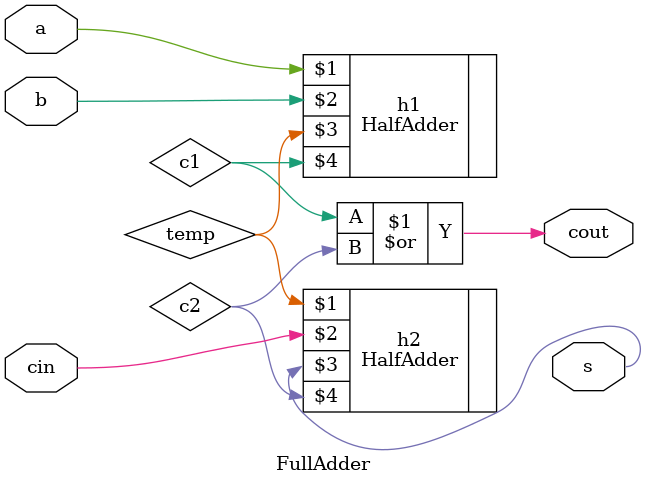
<source format=v>
`timescale 1ns / 1ps
module FullAdder(
    input a,
    input b,
    input cin,
    output s,
    output cout
    );

		 wire c1,c2,temp;

	 HalfAdder h1(a, b, temp, c1);
    HalfAdder h2(temp, cin, s, c2);
    or gate(cout, c1, c2);
endmodule

</source>
